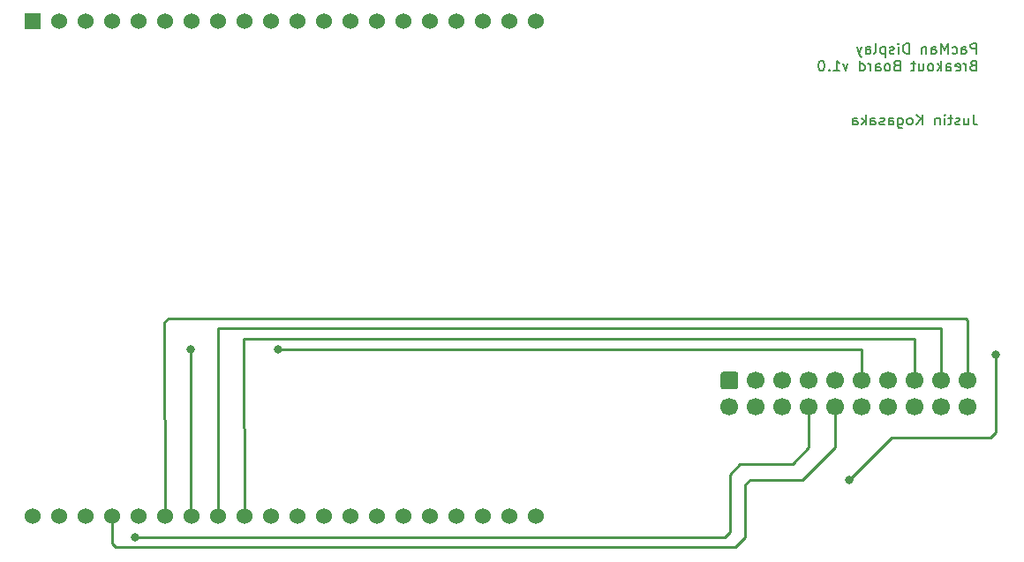
<source format=gbr>
%TF.GenerationSoftware,KiCad,Pcbnew,(5.1.10)-1*%
%TF.CreationDate,2022-03-09T11:46:58-05:00*%
%TF.ProjectId,PacMan-display,5061634d-616e-42d6-9469-73706c61792e,1.0*%
%TF.SameCoordinates,Original*%
%TF.FileFunction,Copper,L2,Bot*%
%TF.FilePolarity,Positive*%
%FSLAX46Y46*%
G04 Gerber Fmt 4.6, Leading zero omitted, Abs format (unit mm)*
G04 Created by KiCad (PCBNEW (5.1.10)-1) date 2022-03-09 11:46:58*
%MOMM*%
%LPD*%
G01*
G04 APERTURE LIST*
%TA.AperFunction,NonConductor*%
%ADD10C,0.150000*%
%TD*%
%TA.AperFunction,ComponentPad*%
%ADD11C,1.524000*%
%TD*%
%TA.AperFunction,ComponentPad*%
%ADD12R,1.524000X1.524000*%
%TD*%
%TA.AperFunction,ComponentPad*%
%ADD13C,1.700000*%
%TD*%
%TA.AperFunction,ViaPad*%
%ADD14C,0.800000*%
%TD*%
%TA.AperFunction,Conductor*%
%ADD15C,0.250000*%
%TD*%
G04 APERTURE END LIST*
D10*
X187562690Y-82950380D02*
X187562690Y-83664666D01*
X187610309Y-83807523D01*
X187705547Y-83902761D01*
X187848404Y-83950380D01*
X187943642Y-83950380D01*
X186657928Y-83283714D02*
X186657928Y-83950380D01*
X187086500Y-83283714D02*
X187086500Y-83807523D01*
X187038880Y-83902761D01*
X186943642Y-83950380D01*
X186800785Y-83950380D01*
X186705547Y-83902761D01*
X186657928Y-83855142D01*
X186229357Y-83902761D02*
X186134119Y-83950380D01*
X185943642Y-83950380D01*
X185848404Y-83902761D01*
X185800785Y-83807523D01*
X185800785Y-83759904D01*
X185848404Y-83664666D01*
X185943642Y-83617047D01*
X186086500Y-83617047D01*
X186181738Y-83569428D01*
X186229357Y-83474190D01*
X186229357Y-83426571D01*
X186181738Y-83331333D01*
X186086500Y-83283714D01*
X185943642Y-83283714D01*
X185848404Y-83331333D01*
X185515071Y-83283714D02*
X185134119Y-83283714D01*
X185372214Y-82950380D02*
X185372214Y-83807523D01*
X185324595Y-83902761D01*
X185229357Y-83950380D01*
X185134119Y-83950380D01*
X184800785Y-83950380D02*
X184800785Y-83283714D01*
X184800785Y-82950380D02*
X184848404Y-82998000D01*
X184800785Y-83045619D01*
X184753166Y-82998000D01*
X184800785Y-82950380D01*
X184800785Y-83045619D01*
X184324595Y-83283714D02*
X184324595Y-83950380D01*
X184324595Y-83378952D02*
X184276976Y-83331333D01*
X184181738Y-83283714D01*
X184038880Y-83283714D01*
X183943642Y-83331333D01*
X183896023Y-83426571D01*
X183896023Y-83950380D01*
X182657928Y-83950380D02*
X182657928Y-82950380D01*
X182086500Y-83950380D02*
X182515071Y-83378952D01*
X182086500Y-82950380D02*
X182657928Y-83521809D01*
X181515071Y-83950380D02*
X181610309Y-83902761D01*
X181657928Y-83855142D01*
X181705547Y-83759904D01*
X181705547Y-83474190D01*
X181657928Y-83378952D01*
X181610309Y-83331333D01*
X181515071Y-83283714D01*
X181372214Y-83283714D01*
X181276976Y-83331333D01*
X181229357Y-83378952D01*
X181181738Y-83474190D01*
X181181738Y-83759904D01*
X181229357Y-83855142D01*
X181276976Y-83902761D01*
X181372214Y-83950380D01*
X181515071Y-83950380D01*
X180324595Y-83283714D02*
X180324595Y-84093238D01*
X180372214Y-84188476D01*
X180419833Y-84236095D01*
X180515071Y-84283714D01*
X180657928Y-84283714D01*
X180753166Y-84236095D01*
X180324595Y-83902761D02*
X180419833Y-83950380D01*
X180610309Y-83950380D01*
X180705547Y-83902761D01*
X180753166Y-83855142D01*
X180800785Y-83759904D01*
X180800785Y-83474190D01*
X180753166Y-83378952D01*
X180705547Y-83331333D01*
X180610309Y-83283714D01*
X180419833Y-83283714D01*
X180324595Y-83331333D01*
X179419833Y-83950380D02*
X179419833Y-83426571D01*
X179467452Y-83331333D01*
X179562690Y-83283714D01*
X179753166Y-83283714D01*
X179848404Y-83331333D01*
X179419833Y-83902761D02*
X179515071Y-83950380D01*
X179753166Y-83950380D01*
X179848404Y-83902761D01*
X179896023Y-83807523D01*
X179896023Y-83712285D01*
X179848404Y-83617047D01*
X179753166Y-83569428D01*
X179515071Y-83569428D01*
X179419833Y-83521809D01*
X178991261Y-83902761D02*
X178896023Y-83950380D01*
X178705547Y-83950380D01*
X178610309Y-83902761D01*
X178562690Y-83807523D01*
X178562690Y-83759904D01*
X178610309Y-83664666D01*
X178705547Y-83617047D01*
X178848404Y-83617047D01*
X178943642Y-83569428D01*
X178991261Y-83474190D01*
X178991261Y-83426571D01*
X178943642Y-83331333D01*
X178848404Y-83283714D01*
X178705547Y-83283714D01*
X178610309Y-83331333D01*
X177705547Y-83950380D02*
X177705547Y-83426571D01*
X177753166Y-83331333D01*
X177848404Y-83283714D01*
X178038880Y-83283714D01*
X178134119Y-83331333D01*
X177705547Y-83902761D02*
X177800785Y-83950380D01*
X178038880Y-83950380D01*
X178134119Y-83902761D01*
X178181738Y-83807523D01*
X178181738Y-83712285D01*
X178134119Y-83617047D01*
X178038880Y-83569428D01*
X177800785Y-83569428D01*
X177705547Y-83521809D01*
X177229357Y-83950380D02*
X177229357Y-82950380D01*
X177134119Y-83569428D02*
X176848404Y-83950380D01*
X176848404Y-83283714D02*
X177229357Y-83664666D01*
X175991261Y-83950380D02*
X175991261Y-83426571D01*
X176038880Y-83331333D01*
X176134119Y-83283714D01*
X176324595Y-83283714D01*
X176419833Y-83331333D01*
X175991261Y-83902761D02*
X176086500Y-83950380D01*
X176324595Y-83950380D01*
X176419833Y-83902761D01*
X176467452Y-83807523D01*
X176467452Y-83712285D01*
X176419833Y-83617047D01*
X176324595Y-83569428D01*
X176086500Y-83569428D01*
X175991261Y-83521809D01*
X187848404Y-77125380D02*
X187848404Y-76125380D01*
X187467452Y-76125380D01*
X187372214Y-76173000D01*
X187324595Y-76220619D01*
X187276976Y-76315857D01*
X187276976Y-76458714D01*
X187324595Y-76553952D01*
X187372214Y-76601571D01*
X187467452Y-76649190D01*
X187848404Y-76649190D01*
X186419833Y-77125380D02*
X186419833Y-76601571D01*
X186467452Y-76506333D01*
X186562690Y-76458714D01*
X186753166Y-76458714D01*
X186848404Y-76506333D01*
X186419833Y-77077761D02*
X186515071Y-77125380D01*
X186753166Y-77125380D01*
X186848404Y-77077761D01*
X186896023Y-76982523D01*
X186896023Y-76887285D01*
X186848404Y-76792047D01*
X186753166Y-76744428D01*
X186515071Y-76744428D01*
X186419833Y-76696809D01*
X185515071Y-77077761D02*
X185610309Y-77125380D01*
X185800785Y-77125380D01*
X185896023Y-77077761D01*
X185943642Y-77030142D01*
X185991261Y-76934904D01*
X185991261Y-76649190D01*
X185943642Y-76553952D01*
X185896023Y-76506333D01*
X185800785Y-76458714D01*
X185610309Y-76458714D01*
X185515071Y-76506333D01*
X185086500Y-77125380D02*
X185086500Y-76125380D01*
X184753166Y-76839666D01*
X184419833Y-76125380D01*
X184419833Y-77125380D01*
X183515071Y-77125380D02*
X183515071Y-76601571D01*
X183562690Y-76506333D01*
X183657928Y-76458714D01*
X183848404Y-76458714D01*
X183943642Y-76506333D01*
X183515071Y-77077761D02*
X183610309Y-77125380D01*
X183848404Y-77125380D01*
X183943642Y-77077761D01*
X183991261Y-76982523D01*
X183991261Y-76887285D01*
X183943642Y-76792047D01*
X183848404Y-76744428D01*
X183610309Y-76744428D01*
X183515071Y-76696809D01*
X183038880Y-76458714D02*
X183038880Y-77125380D01*
X183038880Y-76553952D02*
X182991261Y-76506333D01*
X182896023Y-76458714D01*
X182753166Y-76458714D01*
X182657928Y-76506333D01*
X182610309Y-76601571D01*
X182610309Y-77125380D01*
X181372214Y-77125380D02*
X181372214Y-76125380D01*
X181134119Y-76125380D01*
X180991261Y-76173000D01*
X180896023Y-76268238D01*
X180848404Y-76363476D01*
X180800785Y-76553952D01*
X180800785Y-76696809D01*
X180848404Y-76887285D01*
X180896023Y-76982523D01*
X180991261Y-77077761D01*
X181134119Y-77125380D01*
X181372214Y-77125380D01*
X180372214Y-77125380D02*
X180372214Y-76458714D01*
X180372214Y-76125380D02*
X180419833Y-76173000D01*
X180372214Y-76220619D01*
X180324595Y-76173000D01*
X180372214Y-76125380D01*
X180372214Y-76220619D01*
X179943642Y-77077761D02*
X179848404Y-77125380D01*
X179657928Y-77125380D01*
X179562690Y-77077761D01*
X179515071Y-76982523D01*
X179515071Y-76934904D01*
X179562690Y-76839666D01*
X179657928Y-76792047D01*
X179800785Y-76792047D01*
X179896023Y-76744428D01*
X179943642Y-76649190D01*
X179943642Y-76601571D01*
X179896023Y-76506333D01*
X179800785Y-76458714D01*
X179657928Y-76458714D01*
X179562690Y-76506333D01*
X179086500Y-76458714D02*
X179086500Y-77458714D01*
X179086500Y-76506333D02*
X178991261Y-76458714D01*
X178800785Y-76458714D01*
X178705547Y-76506333D01*
X178657928Y-76553952D01*
X178610309Y-76649190D01*
X178610309Y-76934904D01*
X178657928Y-77030142D01*
X178705547Y-77077761D01*
X178800785Y-77125380D01*
X178991261Y-77125380D01*
X179086500Y-77077761D01*
X178038880Y-77125380D02*
X178134119Y-77077761D01*
X178181738Y-76982523D01*
X178181738Y-76125380D01*
X177229357Y-77125380D02*
X177229357Y-76601571D01*
X177276976Y-76506333D01*
X177372214Y-76458714D01*
X177562690Y-76458714D01*
X177657928Y-76506333D01*
X177229357Y-77077761D02*
X177324595Y-77125380D01*
X177562690Y-77125380D01*
X177657928Y-77077761D01*
X177705547Y-76982523D01*
X177705547Y-76887285D01*
X177657928Y-76792047D01*
X177562690Y-76744428D01*
X177324595Y-76744428D01*
X177229357Y-76696809D01*
X176848404Y-76458714D02*
X176610309Y-77125380D01*
X176372214Y-76458714D02*
X176610309Y-77125380D01*
X176705547Y-77363476D01*
X176753166Y-77411095D01*
X176848404Y-77458714D01*
X187515071Y-78251571D02*
X187372214Y-78299190D01*
X187324595Y-78346809D01*
X187276976Y-78442047D01*
X187276976Y-78584904D01*
X187324595Y-78680142D01*
X187372214Y-78727761D01*
X187467452Y-78775380D01*
X187848404Y-78775380D01*
X187848404Y-77775380D01*
X187515071Y-77775380D01*
X187419833Y-77823000D01*
X187372214Y-77870619D01*
X187324595Y-77965857D01*
X187324595Y-78061095D01*
X187372214Y-78156333D01*
X187419833Y-78203952D01*
X187515071Y-78251571D01*
X187848404Y-78251571D01*
X186848404Y-78775380D02*
X186848404Y-78108714D01*
X186848404Y-78299190D02*
X186800785Y-78203952D01*
X186753166Y-78156333D01*
X186657928Y-78108714D01*
X186562690Y-78108714D01*
X185848404Y-78727761D02*
X185943642Y-78775380D01*
X186134119Y-78775380D01*
X186229357Y-78727761D01*
X186276976Y-78632523D01*
X186276976Y-78251571D01*
X186229357Y-78156333D01*
X186134119Y-78108714D01*
X185943642Y-78108714D01*
X185848404Y-78156333D01*
X185800785Y-78251571D01*
X185800785Y-78346809D01*
X186276976Y-78442047D01*
X184943642Y-78775380D02*
X184943642Y-78251571D01*
X184991261Y-78156333D01*
X185086500Y-78108714D01*
X185276976Y-78108714D01*
X185372214Y-78156333D01*
X184943642Y-78727761D02*
X185038880Y-78775380D01*
X185276976Y-78775380D01*
X185372214Y-78727761D01*
X185419833Y-78632523D01*
X185419833Y-78537285D01*
X185372214Y-78442047D01*
X185276976Y-78394428D01*
X185038880Y-78394428D01*
X184943642Y-78346809D01*
X184467452Y-78775380D02*
X184467452Y-77775380D01*
X184372214Y-78394428D02*
X184086500Y-78775380D01*
X184086500Y-78108714D02*
X184467452Y-78489666D01*
X183515071Y-78775380D02*
X183610309Y-78727761D01*
X183657928Y-78680142D01*
X183705547Y-78584904D01*
X183705547Y-78299190D01*
X183657928Y-78203952D01*
X183610309Y-78156333D01*
X183515071Y-78108714D01*
X183372214Y-78108714D01*
X183276976Y-78156333D01*
X183229357Y-78203952D01*
X183181738Y-78299190D01*
X183181738Y-78584904D01*
X183229357Y-78680142D01*
X183276976Y-78727761D01*
X183372214Y-78775380D01*
X183515071Y-78775380D01*
X182324595Y-78108714D02*
X182324595Y-78775380D01*
X182753166Y-78108714D02*
X182753166Y-78632523D01*
X182705547Y-78727761D01*
X182610309Y-78775380D01*
X182467452Y-78775380D01*
X182372214Y-78727761D01*
X182324595Y-78680142D01*
X181991261Y-78108714D02*
X181610309Y-78108714D01*
X181848404Y-77775380D02*
X181848404Y-78632523D01*
X181800785Y-78727761D01*
X181705547Y-78775380D01*
X181610309Y-78775380D01*
X180181738Y-78251571D02*
X180038880Y-78299190D01*
X179991261Y-78346809D01*
X179943642Y-78442047D01*
X179943642Y-78584904D01*
X179991261Y-78680142D01*
X180038880Y-78727761D01*
X180134119Y-78775380D01*
X180515071Y-78775380D01*
X180515071Y-77775380D01*
X180181738Y-77775380D01*
X180086500Y-77823000D01*
X180038880Y-77870619D01*
X179991261Y-77965857D01*
X179991261Y-78061095D01*
X180038880Y-78156333D01*
X180086500Y-78203952D01*
X180181738Y-78251571D01*
X180515071Y-78251571D01*
X179372214Y-78775380D02*
X179467452Y-78727761D01*
X179515071Y-78680142D01*
X179562690Y-78584904D01*
X179562690Y-78299190D01*
X179515071Y-78203952D01*
X179467452Y-78156333D01*
X179372214Y-78108714D01*
X179229357Y-78108714D01*
X179134119Y-78156333D01*
X179086500Y-78203952D01*
X179038880Y-78299190D01*
X179038880Y-78584904D01*
X179086500Y-78680142D01*
X179134119Y-78727761D01*
X179229357Y-78775380D01*
X179372214Y-78775380D01*
X178181738Y-78775380D02*
X178181738Y-78251571D01*
X178229357Y-78156333D01*
X178324595Y-78108714D01*
X178515071Y-78108714D01*
X178610309Y-78156333D01*
X178181738Y-78727761D02*
X178276976Y-78775380D01*
X178515071Y-78775380D01*
X178610309Y-78727761D01*
X178657928Y-78632523D01*
X178657928Y-78537285D01*
X178610309Y-78442047D01*
X178515071Y-78394428D01*
X178276976Y-78394428D01*
X178181738Y-78346809D01*
X177705547Y-78775380D02*
X177705547Y-78108714D01*
X177705547Y-78299190D02*
X177657928Y-78203952D01*
X177610309Y-78156333D01*
X177515071Y-78108714D01*
X177419833Y-78108714D01*
X176657928Y-78775380D02*
X176657928Y-77775380D01*
X176657928Y-78727761D02*
X176753166Y-78775380D01*
X176943642Y-78775380D01*
X177038880Y-78727761D01*
X177086500Y-78680142D01*
X177134119Y-78584904D01*
X177134119Y-78299190D01*
X177086500Y-78203952D01*
X177038880Y-78156333D01*
X176943642Y-78108714D01*
X176753166Y-78108714D01*
X176657928Y-78156333D01*
X175515071Y-78108714D02*
X175276976Y-78775380D01*
X175038880Y-78108714D01*
X174134119Y-78775380D02*
X174705547Y-78775380D01*
X174419833Y-78775380D02*
X174419833Y-77775380D01*
X174515071Y-77918238D01*
X174610309Y-78013476D01*
X174705547Y-78061095D01*
X173705547Y-78680142D02*
X173657928Y-78727761D01*
X173705547Y-78775380D01*
X173753166Y-78727761D01*
X173705547Y-78680142D01*
X173705547Y-78775380D01*
X173038880Y-77775380D02*
X172943642Y-77775380D01*
X172848404Y-77823000D01*
X172800785Y-77870619D01*
X172753166Y-77965857D01*
X172705547Y-78156333D01*
X172705547Y-78394428D01*
X172753166Y-78584904D01*
X172800785Y-78680142D01*
X172848404Y-78727761D01*
X172943642Y-78775380D01*
X173038880Y-78775380D01*
X173134119Y-78727761D01*
X173181738Y-78680142D01*
X173229357Y-78584904D01*
X173276976Y-78394428D01*
X173276976Y-78156333D01*
X173229357Y-77965857D01*
X173181738Y-77870619D01*
X173134119Y-77823000D01*
X173038880Y-77775380D01*
D11*
%TO.P,U1,40*%
%TO.N,Net-(U1-Pad40)*%
X145556000Y-121536000D03*
%TO.P,U1,39*%
%TO.N,Net-(U1-Pad39)*%
X143016000Y-121536000D03*
%TO.P,U1,38*%
%TO.N,/DISP_3V3*%
X140476000Y-121536000D03*
%TO.P,U1,37*%
X137936000Y-121536000D03*
%TO.P,U1,36*%
X135396000Y-121536000D03*
%TO.P,U1,35*%
%TO.N,Net-(U1-Pad35)*%
X132856000Y-121536000D03*
%TO.P,U1,34*%
%TO.N,Net-(U1-Pad34)*%
X130316000Y-121536000D03*
%TO.P,U1,33*%
%TO.N,Net-(U1-Pad33)*%
X127776000Y-121536000D03*
%TO.P,U1,32*%
%TO.N,Net-(U1-Pad32)*%
X125236000Y-121536000D03*
%TO.P,U1,31*%
%TO.N,Net-(U1-Pad31)*%
X122696000Y-121536000D03*
%TO.P,U1,30*%
%TO.N,Net-(U1-Pad30)*%
X120156000Y-121536000D03*
%TO.P,U1,29*%
%TO.N,/DISP_RST*%
X117616000Y-121536000D03*
%TO.P,U1,28*%
%TO.N,/DISP_DC*%
X115076000Y-121536000D03*
%TO.P,U1,27*%
%TO.N,/DISP_CS*%
X112536000Y-121536000D03*
%TO.P,U1,26*%
%TO.N,/DISP_MOSI*%
X109996000Y-121536000D03*
%TO.P,U1,25*%
%TO.N,Net-(U1-Pad25)*%
X107456000Y-121536000D03*
%TO.P,U1,24*%
%TO.N,/DISP_CLK*%
X104916000Y-121536000D03*
%TO.P,U1,23*%
%TO.N,/DISP_3V3*%
X102376000Y-121536000D03*
%TO.P,U1,22*%
%TO.N,+3V3*%
X99836000Y-121536000D03*
%TO.P,U1,21*%
%TO.N,GND*%
X97296000Y-121536000D03*
%TO.P,U1,20*%
%TO.N,Net-(U1-Pad20)*%
X145556000Y-74038000D03*
%TO.P,U1,19*%
%TO.N,Net-(U1-Pad19)*%
X143016000Y-74038000D03*
%TO.P,U1,18*%
%TO.N,Net-(U1-Pad18)*%
X140476000Y-74038000D03*
%TO.P,U1,17*%
%TO.N,Net-(U1-Pad17)*%
X137936000Y-74038000D03*
%TO.P,U1,16*%
%TO.N,Net-(U1-Pad16)*%
X135396000Y-74038000D03*
%TO.P,U1,15*%
%TO.N,Net-(U1-Pad15)*%
X132856000Y-74038000D03*
%TO.P,U1,14*%
%TO.N,Net-(U1-Pad14)*%
X130316000Y-74038000D03*
%TO.P,U1,13*%
%TO.N,Net-(U1-Pad13)*%
X127776000Y-74038000D03*
%TO.P,U1,12*%
%TO.N,Net-(U1-Pad12)*%
X125236000Y-74038000D03*
%TO.P,U1,11*%
%TO.N,Net-(U1-Pad11)*%
X122696000Y-74038000D03*
%TO.P,U1,10*%
%TO.N,Net-(U1-Pad10)*%
X120156000Y-74038000D03*
%TO.P,U1,9*%
%TO.N,Net-(U1-Pad9)*%
X117616000Y-74038000D03*
%TO.P,U1,8*%
%TO.N,Net-(U1-Pad8)*%
X115076000Y-74038000D03*
%TO.P,U1,7*%
%TO.N,Net-(U1-Pad7)*%
X112536000Y-74038000D03*
%TO.P,U1,6*%
%TO.N,Net-(U1-Pad6)*%
X109996000Y-74038000D03*
%TO.P,U1,5*%
%TO.N,Net-(U1-Pad5)*%
X107456000Y-74038000D03*
%TO.P,U1,4*%
%TO.N,Net-(U1-Pad4)*%
X104916000Y-74038000D03*
%TO.P,U1,3*%
%TO.N,Net-(U1-Pad3)*%
X102376000Y-74038000D03*
%TO.P,U1,2*%
%TO.N,Net-(U1-Pad2)*%
X99836000Y-74038000D03*
D12*
%TO.P,U1,1*%
%TO.N,Net-(U1-Pad1)*%
X97296000Y-74038000D03*
%TD*%
D13*
%TO.P,J1,20*%
%TO.N,GND*%
X187014000Y-111038000D03*
%TO.P,J1,18*%
X184474000Y-111038000D03*
%TO.P,J1,16*%
X181934000Y-111038000D03*
%TO.P,J1,14*%
X179394000Y-111038000D03*
%TO.P,J1,12*%
X176854000Y-111038000D03*
%TO.P,J1,10*%
%TO.N,/DISP_CLK*%
X174314000Y-111038000D03*
%TO.P,J1,8*%
%TO.N,+3V3*%
X171774000Y-111038000D03*
%TO.P,J1,6*%
%TO.N,Net-(J1-Pad6)*%
X169234000Y-111038000D03*
%TO.P,J1,4*%
%TO.N,Net-(J1-Pad4)*%
X166694000Y-111038000D03*
%TO.P,J1,2*%
%TO.N,+24V*%
X164154000Y-111038000D03*
%TO.P,J1,19*%
%TO.N,/DISP_MOSI*%
X187014000Y-108498000D03*
%TO.P,J1,17*%
%TO.N,/DISP_DC*%
X184474000Y-108498000D03*
%TO.P,J1,15*%
%TO.N,/DISP_RST*%
X181934000Y-108498000D03*
%TO.P,J1,13*%
%TO.N,/TS_ACTIVE*%
X179394000Y-108498000D03*
%TO.P,J1,11*%
%TO.N,/DISP_CS*%
X176854000Y-108498000D03*
%TO.P,J1,9*%
%TO.N,/BTN_RIGHT*%
X174314000Y-108498000D03*
%TO.P,J1,7*%
%TO.N,/BTN_CENTER*%
X171774000Y-108498000D03*
%TO.P,J1,5*%
%TO.N,/BTN_DOWN*%
X169234000Y-108498000D03*
%TO.P,J1,3*%
%TO.N,/BTN_UP*%
X166694000Y-108498000D03*
%TO.P,J1,1*%
%TO.N,/BTN_LEFT*%
%TA.AperFunction,ComponentPad*%
G36*
G01*
X163554000Y-107648000D02*
X164754000Y-107648000D01*
G75*
G02*
X165004000Y-107898000I0J-250000D01*
G01*
X165004000Y-109098000D01*
G75*
G02*
X164754000Y-109348000I-250000J0D01*
G01*
X163554000Y-109348000D01*
G75*
G02*
X163304000Y-109098000I0J250000D01*
G01*
X163304000Y-107898000D01*
G75*
G02*
X163554000Y-107648000I250000J0D01*
G01*
G37*
%TD.AperFunction*%
%TD*%
D14*
%TO.N,+3V3*%
X107184000Y-123498000D03*
%TO.N,/DISP_CS*%
X120859000Y-105498000D03*
X112484000Y-105498000D03*
%TO.N,/TS_ACTIVE*%
X175684000Y-117998000D03*
X189684000Y-105998000D03*
%TD*%
D15*
%TO.N,+3V3*%
X171774000Y-111038000D02*
X171774000Y-114908000D01*
X171774000Y-114908000D02*
X170184000Y-116498000D01*
X164184000Y-122998000D02*
X163684000Y-123498000D01*
X163684000Y-123498000D02*
X107184000Y-123498000D01*
X165184000Y-116498000D02*
X164184000Y-117498000D01*
X164184000Y-117498000D02*
X164184000Y-122998000D01*
X170184000Y-116498000D02*
X165184000Y-116498000D01*
%TO.N,/DISP_RST*%
X181934000Y-104498000D02*
X117584000Y-104498000D01*
X181934000Y-108208000D02*
X181934000Y-104498000D01*
X117584000Y-104498000D02*
X117616000Y-121536000D01*
%TO.N,/DISP_DC*%
X184484000Y-103498000D02*
X115084000Y-103498000D01*
X184474000Y-108498000D02*
X184484000Y-103498000D01*
X115084000Y-103498000D02*
X115076000Y-121536000D01*
%TO.N,/DISP_CS*%
X176854000Y-108498000D02*
X176854000Y-105498000D01*
X176859000Y-105498000D02*
X120859000Y-105498000D01*
X112484000Y-121484000D02*
X112536000Y-121536000D01*
X112484000Y-105498000D02*
X112484000Y-121484000D01*
%TO.N,/DISP_MOSI*%
X110384000Y-102498000D02*
X109984000Y-102898000D01*
X186784000Y-102498000D02*
X110384000Y-102498000D01*
X109984000Y-102898000D02*
X109996000Y-121536000D01*
X187014000Y-102728000D02*
X186784000Y-102498000D01*
X187014000Y-108498000D02*
X187014000Y-102728000D01*
%TO.N,/DISP_CLK*%
X104926739Y-124098000D02*
X104916000Y-121536000D01*
X166184000Y-117998000D02*
X165684000Y-118498000D01*
X165684000Y-118498000D02*
X165684000Y-123498000D01*
X165684000Y-123498000D02*
X164684000Y-124498000D01*
X105284000Y-124498000D02*
X104927400Y-124096600D01*
X164684000Y-124498000D02*
X105284000Y-124498000D01*
X171184000Y-117998000D02*
X166184000Y-117998000D01*
X174314000Y-114868000D02*
X171184000Y-117998000D01*
X174314000Y-111038000D02*
X174314000Y-114868000D01*
%TO.N,/TS_ACTIVE*%
X175684000Y-117998000D02*
X179684000Y-113998000D01*
X179684000Y-113998000D02*
X185867002Y-113998000D01*
X185867002Y-113998000D02*
X189184000Y-113998000D01*
X189684000Y-113498000D02*
X189684000Y-105998000D01*
X189184000Y-113998000D02*
X189684000Y-113498000D01*
%TD*%
M02*

</source>
